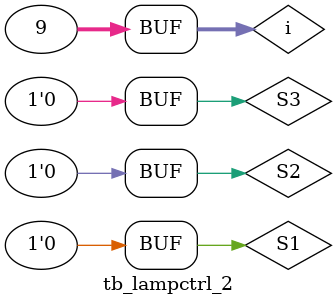
<source format=v>
`timescale 1ns / 1ps
module tb_lampctrl_2 ();
  // Inputs
  reg  S1;
  reg  S2;
  reg  S3;
  // Output
  wire F;

  // Bidirs

  // Instantiate the UUT
  LampCtrl UUT2 (
      .S1(S1),
      .S2(S2),
      .S3(S3),
      .F (F)
  );
  // Initialize Inputs
  //   `ifdef auto_init
  integer i;
  initial begin
    for (i = 0; i <= 8; i = i + 1) begin
      {S3, S2, S1} <= i;
      #50;
    end
  end
  //  `endif

endmodule


</source>
